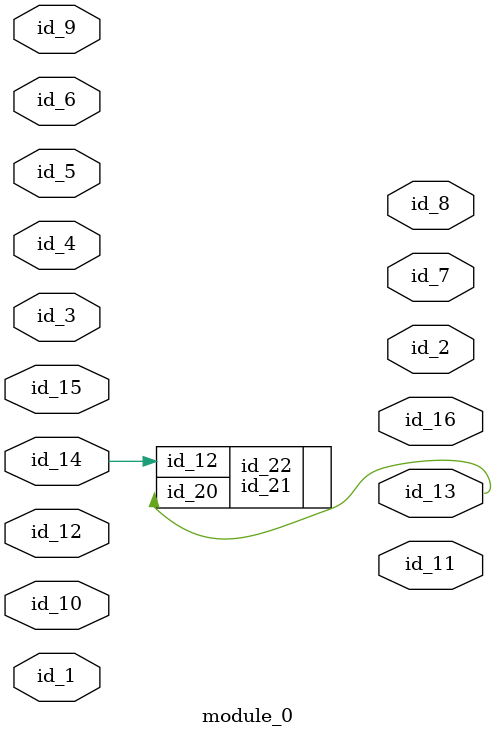
<source format=v>
`timescale 1ps / 1 ps
module module_0 (
    id_1,
    id_2,
    id_3,
    id_4,
    id_5,
    id_6,
    id_7,
    id_8,
    id_9,
    id_10,
    id_11,
    id_12,
    id_13,
    id_14,
    id_15,
    id_16
);
  output id_16;
  input id_15;
  input id_14;
  output id_13;
  input id_12;
  output id_11;
  input id_10;
  input id_9;
  output id_8;
  output id_7;
  input id_6;
  input id_5;
  input id_4;
  input id_3;
  output id_2;
  input id_1;
  id_17 id_18 (
      .id_6 (id_4),
      .id_11("")
  );
  id_19 id_20 (
      .id_8 (id_1),
      .id_10(id_3),
      .id_3 (id_10),
      .id_10(id_10)
  );
  id_21 id_22 (
      .id_12(id_14),
      .id_20(id_13)
  );
endmodule

</source>
